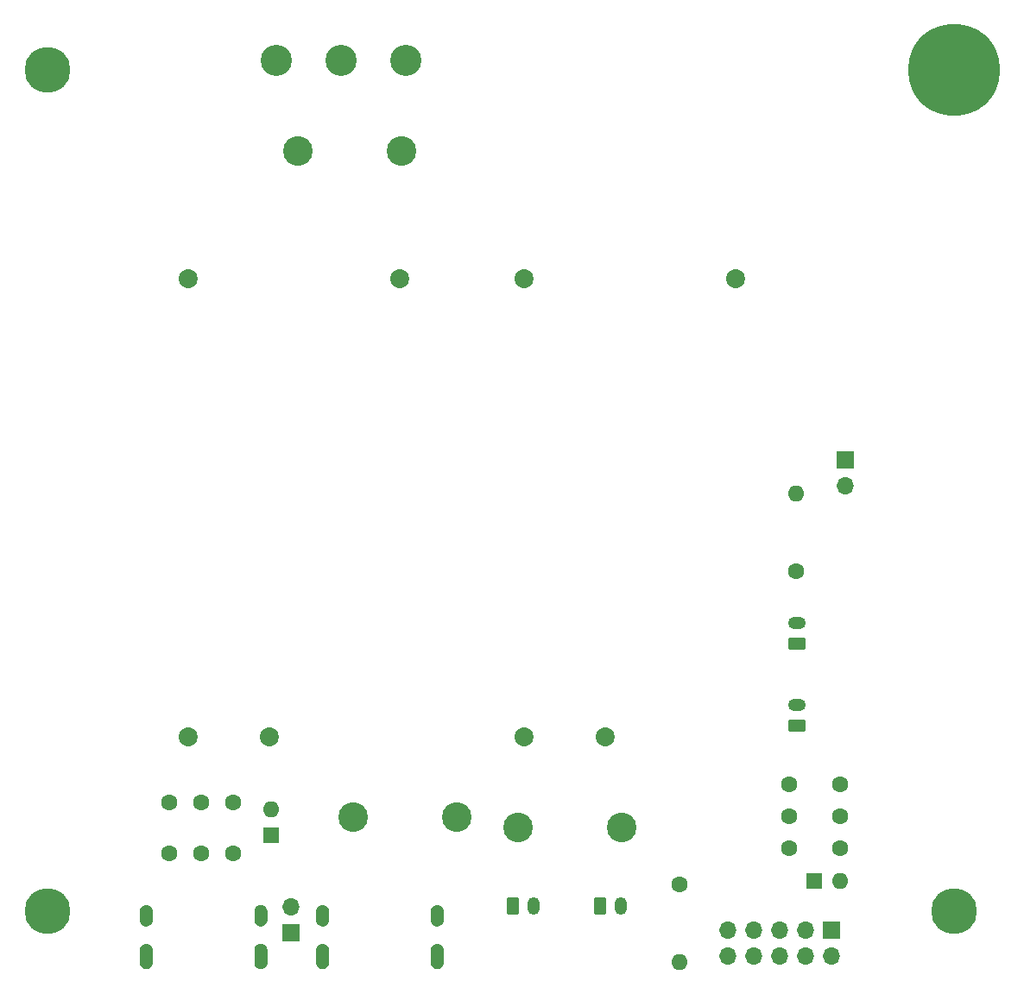
<source format=gbr>
%TF.GenerationSoftware,KiCad,Pcbnew,(6.0.4-0)*%
%TF.CreationDate,2023-02-13T16:26:13-08:00*%
%TF.ProjectId,v2a-power-board-4,7632612d-706f-4776-9572-2d626f617264,rev?*%
%TF.SameCoordinates,Original*%
%TF.FileFunction,Soldermask,Bot*%
%TF.FilePolarity,Negative*%
%FSLAX46Y46*%
G04 Gerber Fmt 4.6, Leading zero omitted, Abs format (unit mm)*
G04 Created by KiCad (PCBNEW (6.0.4-0)) date 2023-02-13 16:26:13*
%MOMM*%
%LPD*%
G01*
G04 APERTURE LIST*
G04 Aperture macros list*
%AMRoundRect*
0 Rectangle with rounded corners*
0 $1 Rounding radius*
0 $2 $3 $4 $5 $6 $7 $8 $9 X,Y pos of 4 corners*
0 Add a 4 corners polygon primitive as box body*
4,1,4,$2,$3,$4,$5,$6,$7,$8,$9,$2,$3,0*
0 Add four circle primitives for the rounded corners*
1,1,$1+$1,$2,$3*
1,1,$1+$1,$4,$5*
1,1,$1+$1,$6,$7*
1,1,$1+$1,$8,$9*
0 Add four rect primitives between the rounded corners*
20,1,$1+$1,$2,$3,$4,$5,0*
20,1,$1+$1,$4,$5,$6,$7,0*
20,1,$1+$1,$6,$7,$8,$9,0*
20,1,$1+$1,$8,$9,$2,$3,0*%
G04 Aperture macros list end*
%ADD10C,0.010000*%
%ADD11RoundRect,0.250000X-0.350000X-0.625000X0.350000X-0.625000X0.350000X0.625000X-0.350000X0.625000X0*%
%ADD12O,1.200000X1.750000*%
%ADD13R,1.700000X1.700000*%
%ADD14O,1.700000X1.700000*%
%ADD15R,1.600000X1.600000*%
%ADD16O,1.600000X1.600000*%
%ADD17C,2.900000*%
%ADD18C,1.860000*%
%ADD19C,3.048000*%
%ADD20RoundRect,0.250000X0.625000X-0.350000X0.625000X0.350000X-0.625000X0.350000X-0.625000X-0.350000X0*%
%ADD21O,1.750000X1.200000*%
%ADD22C,4.500000*%
%ADD23C,9.000000*%
%ADD24C,1.600000*%
G04 APERTURE END LIST*
%TO.C,J1*%
G36*
X77168000Y-123795500D02*
G01*
X77230000Y-123805500D01*
X77290000Y-123821500D01*
X77349000Y-123844500D01*
X77405000Y-123872500D01*
X77458000Y-123907500D01*
X77506000Y-123946500D01*
X77551000Y-123991500D01*
X77590000Y-124039500D01*
X77625000Y-124092500D01*
X77653000Y-124148500D01*
X77676000Y-124207500D01*
X77692000Y-124267500D01*
X77702000Y-124329500D01*
X77705000Y-124392500D01*
X77705000Y-125192500D01*
X77702000Y-125255500D01*
X77692000Y-125317500D01*
X77676000Y-125377500D01*
X77653000Y-125436500D01*
X77625000Y-125492500D01*
X77590000Y-125545500D01*
X77551000Y-125593500D01*
X77506000Y-125638500D01*
X77458000Y-125677500D01*
X77405000Y-125712500D01*
X77349000Y-125740500D01*
X77290000Y-125763500D01*
X77230000Y-125779500D01*
X77168000Y-125789500D01*
X77105000Y-125792500D01*
X77042000Y-125789500D01*
X76980000Y-125779500D01*
X76920000Y-125763500D01*
X76861000Y-125740500D01*
X76805000Y-125712500D01*
X76752000Y-125677500D01*
X76704000Y-125638500D01*
X76659000Y-125593500D01*
X76620000Y-125545500D01*
X76585000Y-125492500D01*
X76557000Y-125436500D01*
X76534000Y-125377500D01*
X76518000Y-125317500D01*
X76508000Y-125255500D01*
X76505000Y-125192500D01*
X76505000Y-124392500D01*
X76508000Y-124329500D01*
X76518000Y-124267500D01*
X76534000Y-124207500D01*
X76557000Y-124148500D01*
X76585000Y-124092500D01*
X76620000Y-124039500D01*
X76659000Y-123991500D01*
X76704000Y-123946500D01*
X76752000Y-123907500D01*
X76805000Y-123872500D01*
X76861000Y-123844500D01*
X76920000Y-123821500D01*
X76980000Y-123805500D01*
X77042000Y-123795500D01*
X77105000Y-123792500D01*
X77168000Y-123795500D01*
G37*
D10*
X77168000Y-123795500D02*
X77230000Y-123805500D01*
X77290000Y-123821500D01*
X77349000Y-123844500D01*
X77405000Y-123872500D01*
X77458000Y-123907500D01*
X77506000Y-123946500D01*
X77551000Y-123991500D01*
X77590000Y-124039500D01*
X77625000Y-124092500D01*
X77653000Y-124148500D01*
X77676000Y-124207500D01*
X77692000Y-124267500D01*
X77702000Y-124329500D01*
X77705000Y-124392500D01*
X77705000Y-125192500D01*
X77702000Y-125255500D01*
X77692000Y-125317500D01*
X77676000Y-125377500D01*
X77653000Y-125436500D01*
X77625000Y-125492500D01*
X77590000Y-125545500D01*
X77551000Y-125593500D01*
X77506000Y-125638500D01*
X77458000Y-125677500D01*
X77405000Y-125712500D01*
X77349000Y-125740500D01*
X77290000Y-125763500D01*
X77230000Y-125779500D01*
X77168000Y-125789500D01*
X77105000Y-125792500D01*
X77042000Y-125789500D01*
X76980000Y-125779500D01*
X76920000Y-125763500D01*
X76861000Y-125740500D01*
X76805000Y-125712500D01*
X76752000Y-125677500D01*
X76704000Y-125638500D01*
X76659000Y-125593500D01*
X76620000Y-125545500D01*
X76585000Y-125492500D01*
X76557000Y-125436500D01*
X76534000Y-125377500D01*
X76518000Y-125317500D01*
X76508000Y-125255500D01*
X76505000Y-125192500D01*
X76505000Y-124392500D01*
X76508000Y-124329500D01*
X76518000Y-124267500D01*
X76534000Y-124207500D01*
X76557000Y-124148500D01*
X76585000Y-124092500D01*
X76620000Y-124039500D01*
X76659000Y-123991500D01*
X76704000Y-123946500D01*
X76752000Y-123907500D01*
X76805000Y-123872500D01*
X76861000Y-123844500D01*
X76920000Y-123821500D01*
X76980000Y-123805500D01*
X77042000Y-123795500D01*
X77105000Y-123792500D01*
X77168000Y-123795500D01*
G36*
X88408000Y-123795500D02*
G01*
X88470000Y-123805500D01*
X88530000Y-123821500D01*
X88589000Y-123844500D01*
X88645000Y-123872500D01*
X88698000Y-123907500D01*
X88746000Y-123946500D01*
X88791000Y-123991500D01*
X88830000Y-124039500D01*
X88865000Y-124092500D01*
X88893000Y-124148500D01*
X88916000Y-124207500D01*
X88932000Y-124267500D01*
X88942000Y-124329500D01*
X88945000Y-124392500D01*
X88945000Y-125192500D01*
X88942000Y-125255500D01*
X88932000Y-125317500D01*
X88916000Y-125377500D01*
X88893000Y-125436500D01*
X88865000Y-125492500D01*
X88830000Y-125545500D01*
X88791000Y-125593500D01*
X88746000Y-125638500D01*
X88698000Y-125677500D01*
X88645000Y-125712500D01*
X88589000Y-125740500D01*
X88530000Y-125763500D01*
X88470000Y-125779500D01*
X88408000Y-125789500D01*
X88345000Y-125792500D01*
X88282000Y-125789500D01*
X88220000Y-125779500D01*
X88160000Y-125763500D01*
X88101000Y-125740500D01*
X88045000Y-125712500D01*
X87992000Y-125677500D01*
X87944000Y-125638500D01*
X87899000Y-125593500D01*
X87860000Y-125545500D01*
X87825000Y-125492500D01*
X87797000Y-125436500D01*
X87774000Y-125377500D01*
X87758000Y-125317500D01*
X87748000Y-125255500D01*
X87745000Y-125192500D01*
X87745000Y-124392500D01*
X87748000Y-124329500D01*
X87758000Y-124267500D01*
X87774000Y-124207500D01*
X87797000Y-124148500D01*
X87825000Y-124092500D01*
X87860000Y-124039500D01*
X87899000Y-123991500D01*
X87944000Y-123946500D01*
X87992000Y-123907500D01*
X88045000Y-123872500D01*
X88101000Y-123844500D01*
X88160000Y-123821500D01*
X88220000Y-123805500D01*
X88282000Y-123795500D01*
X88345000Y-123792500D01*
X88408000Y-123795500D01*
G37*
X88408000Y-123795500D02*
X88470000Y-123805500D01*
X88530000Y-123821500D01*
X88589000Y-123844500D01*
X88645000Y-123872500D01*
X88698000Y-123907500D01*
X88746000Y-123946500D01*
X88791000Y-123991500D01*
X88830000Y-124039500D01*
X88865000Y-124092500D01*
X88893000Y-124148500D01*
X88916000Y-124207500D01*
X88932000Y-124267500D01*
X88942000Y-124329500D01*
X88945000Y-124392500D01*
X88945000Y-125192500D01*
X88942000Y-125255500D01*
X88932000Y-125317500D01*
X88916000Y-125377500D01*
X88893000Y-125436500D01*
X88865000Y-125492500D01*
X88830000Y-125545500D01*
X88791000Y-125593500D01*
X88746000Y-125638500D01*
X88698000Y-125677500D01*
X88645000Y-125712500D01*
X88589000Y-125740500D01*
X88530000Y-125763500D01*
X88470000Y-125779500D01*
X88408000Y-125789500D01*
X88345000Y-125792500D01*
X88282000Y-125789500D01*
X88220000Y-125779500D01*
X88160000Y-125763500D01*
X88101000Y-125740500D01*
X88045000Y-125712500D01*
X87992000Y-125677500D01*
X87944000Y-125638500D01*
X87899000Y-125593500D01*
X87860000Y-125545500D01*
X87825000Y-125492500D01*
X87797000Y-125436500D01*
X87774000Y-125377500D01*
X87758000Y-125317500D01*
X87748000Y-125255500D01*
X87745000Y-125192500D01*
X87745000Y-124392500D01*
X87748000Y-124329500D01*
X87758000Y-124267500D01*
X87774000Y-124207500D01*
X87797000Y-124148500D01*
X87825000Y-124092500D01*
X87860000Y-124039500D01*
X87899000Y-123991500D01*
X87944000Y-123946500D01*
X87992000Y-123907500D01*
X88045000Y-123872500D01*
X88101000Y-123844500D01*
X88160000Y-123821500D01*
X88220000Y-123805500D01*
X88282000Y-123795500D01*
X88345000Y-123792500D01*
X88408000Y-123795500D01*
G36*
X88408000Y-127595500D02*
G01*
X88470000Y-127605500D01*
X88530000Y-127621500D01*
X88589000Y-127644500D01*
X88645000Y-127672500D01*
X88698000Y-127707500D01*
X88746000Y-127746500D01*
X88791000Y-127791500D01*
X88830000Y-127839500D01*
X88865000Y-127892500D01*
X88893000Y-127948500D01*
X88916000Y-128007500D01*
X88932000Y-128067500D01*
X88942000Y-128129500D01*
X88945000Y-128192500D01*
X88945000Y-129392500D01*
X88942000Y-129455500D01*
X88932000Y-129517500D01*
X88916000Y-129577500D01*
X88893000Y-129636500D01*
X88865000Y-129692500D01*
X88830000Y-129745500D01*
X88791000Y-129793500D01*
X88746000Y-129838500D01*
X88698000Y-129877500D01*
X88645000Y-129912500D01*
X88589000Y-129940500D01*
X88530000Y-129963500D01*
X88470000Y-129979500D01*
X88408000Y-129989500D01*
X88345000Y-129992500D01*
X88282000Y-129989500D01*
X88220000Y-129979500D01*
X88160000Y-129963500D01*
X88101000Y-129940500D01*
X88045000Y-129912500D01*
X87992000Y-129877500D01*
X87944000Y-129838500D01*
X87899000Y-129793500D01*
X87860000Y-129745500D01*
X87825000Y-129692500D01*
X87797000Y-129636500D01*
X87774000Y-129577500D01*
X87758000Y-129517500D01*
X87748000Y-129455500D01*
X87745000Y-129392500D01*
X87745000Y-128192500D01*
X87748000Y-128129500D01*
X87758000Y-128067500D01*
X87774000Y-128007500D01*
X87797000Y-127948500D01*
X87825000Y-127892500D01*
X87860000Y-127839500D01*
X87899000Y-127791500D01*
X87944000Y-127746500D01*
X87992000Y-127707500D01*
X88045000Y-127672500D01*
X88101000Y-127644500D01*
X88160000Y-127621500D01*
X88220000Y-127605500D01*
X88282000Y-127595500D01*
X88345000Y-127592500D01*
X88408000Y-127595500D01*
G37*
X88408000Y-127595500D02*
X88470000Y-127605500D01*
X88530000Y-127621500D01*
X88589000Y-127644500D01*
X88645000Y-127672500D01*
X88698000Y-127707500D01*
X88746000Y-127746500D01*
X88791000Y-127791500D01*
X88830000Y-127839500D01*
X88865000Y-127892500D01*
X88893000Y-127948500D01*
X88916000Y-128007500D01*
X88932000Y-128067500D01*
X88942000Y-128129500D01*
X88945000Y-128192500D01*
X88945000Y-129392500D01*
X88942000Y-129455500D01*
X88932000Y-129517500D01*
X88916000Y-129577500D01*
X88893000Y-129636500D01*
X88865000Y-129692500D01*
X88830000Y-129745500D01*
X88791000Y-129793500D01*
X88746000Y-129838500D01*
X88698000Y-129877500D01*
X88645000Y-129912500D01*
X88589000Y-129940500D01*
X88530000Y-129963500D01*
X88470000Y-129979500D01*
X88408000Y-129989500D01*
X88345000Y-129992500D01*
X88282000Y-129989500D01*
X88220000Y-129979500D01*
X88160000Y-129963500D01*
X88101000Y-129940500D01*
X88045000Y-129912500D01*
X87992000Y-129877500D01*
X87944000Y-129838500D01*
X87899000Y-129793500D01*
X87860000Y-129745500D01*
X87825000Y-129692500D01*
X87797000Y-129636500D01*
X87774000Y-129577500D01*
X87758000Y-129517500D01*
X87748000Y-129455500D01*
X87745000Y-129392500D01*
X87745000Y-128192500D01*
X87748000Y-128129500D01*
X87758000Y-128067500D01*
X87774000Y-128007500D01*
X87797000Y-127948500D01*
X87825000Y-127892500D01*
X87860000Y-127839500D01*
X87899000Y-127791500D01*
X87944000Y-127746500D01*
X87992000Y-127707500D01*
X88045000Y-127672500D01*
X88101000Y-127644500D01*
X88160000Y-127621500D01*
X88220000Y-127605500D01*
X88282000Y-127595500D01*
X88345000Y-127592500D01*
X88408000Y-127595500D01*
G36*
X77168000Y-127595500D02*
G01*
X77230000Y-127605500D01*
X77290000Y-127621500D01*
X77349000Y-127644500D01*
X77405000Y-127672500D01*
X77458000Y-127707500D01*
X77506000Y-127746500D01*
X77551000Y-127791500D01*
X77590000Y-127839500D01*
X77625000Y-127892500D01*
X77653000Y-127948500D01*
X77676000Y-128007500D01*
X77692000Y-128067500D01*
X77702000Y-128129500D01*
X77705000Y-128192500D01*
X77705000Y-129392500D01*
X77702000Y-129455500D01*
X77692000Y-129517500D01*
X77676000Y-129577500D01*
X77653000Y-129636500D01*
X77625000Y-129692500D01*
X77590000Y-129745500D01*
X77551000Y-129793500D01*
X77506000Y-129838500D01*
X77458000Y-129877500D01*
X77405000Y-129912500D01*
X77349000Y-129940500D01*
X77290000Y-129963500D01*
X77230000Y-129979500D01*
X77168000Y-129989500D01*
X77105000Y-129992500D01*
X77042000Y-129989500D01*
X76980000Y-129979500D01*
X76920000Y-129963500D01*
X76861000Y-129940500D01*
X76805000Y-129912500D01*
X76752000Y-129877500D01*
X76704000Y-129838500D01*
X76659000Y-129793500D01*
X76620000Y-129745500D01*
X76585000Y-129692500D01*
X76557000Y-129636500D01*
X76534000Y-129577500D01*
X76518000Y-129517500D01*
X76508000Y-129455500D01*
X76505000Y-129392500D01*
X76505000Y-128192500D01*
X76508000Y-128129500D01*
X76518000Y-128067500D01*
X76534000Y-128007500D01*
X76557000Y-127948500D01*
X76585000Y-127892500D01*
X76620000Y-127839500D01*
X76659000Y-127791500D01*
X76704000Y-127746500D01*
X76752000Y-127707500D01*
X76805000Y-127672500D01*
X76861000Y-127644500D01*
X76920000Y-127621500D01*
X76980000Y-127605500D01*
X77042000Y-127595500D01*
X77105000Y-127592500D01*
X77168000Y-127595500D01*
G37*
X77168000Y-127595500D02*
X77230000Y-127605500D01*
X77290000Y-127621500D01*
X77349000Y-127644500D01*
X77405000Y-127672500D01*
X77458000Y-127707500D01*
X77506000Y-127746500D01*
X77551000Y-127791500D01*
X77590000Y-127839500D01*
X77625000Y-127892500D01*
X77653000Y-127948500D01*
X77676000Y-128007500D01*
X77692000Y-128067500D01*
X77702000Y-128129500D01*
X77705000Y-128192500D01*
X77705000Y-129392500D01*
X77702000Y-129455500D01*
X77692000Y-129517500D01*
X77676000Y-129577500D01*
X77653000Y-129636500D01*
X77625000Y-129692500D01*
X77590000Y-129745500D01*
X77551000Y-129793500D01*
X77506000Y-129838500D01*
X77458000Y-129877500D01*
X77405000Y-129912500D01*
X77349000Y-129940500D01*
X77290000Y-129963500D01*
X77230000Y-129979500D01*
X77168000Y-129989500D01*
X77105000Y-129992500D01*
X77042000Y-129989500D01*
X76980000Y-129979500D01*
X76920000Y-129963500D01*
X76861000Y-129940500D01*
X76805000Y-129912500D01*
X76752000Y-129877500D01*
X76704000Y-129838500D01*
X76659000Y-129793500D01*
X76620000Y-129745500D01*
X76585000Y-129692500D01*
X76557000Y-129636500D01*
X76534000Y-129577500D01*
X76518000Y-129517500D01*
X76508000Y-129455500D01*
X76505000Y-129392500D01*
X76505000Y-128192500D01*
X76508000Y-128129500D01*
X76518000Y-128067500D01*
X76534000Y-128007500D01*
X76557000Y-127948500D01*
X76585000Y-127892500D01*
X76620000Y-127839500D01*
X76659000Y-127791500D01*
X76704000Y-127746500D01*
X76752000Y-127707500D01*
X76805000Y-127672500D01*
X76861000Y-127644500D01*
X76920000Y-127621500D01*
X76980000Y-127605500D01*
X77042000Y-127595500D01*
X77105000Y-127592500D01*
X77168000Y-127595500D01*
%TO.C,J2*%
G36*
X105708000Y-127595500D02*
G01*
X105770000Y-127605500D01*
X105830000Y-127621500D01*
X105889000Y-127644500D01*
X105945000Y-127672500D01*
X105998000Y-127707500D01*
X106046000Y-127746500D01*
X106091000Y-127791500D01*
X106130000Y-127839500D01*
X106165000Y-127892500D01*
X106193000Y-127948500D01*
X106216000Y-128007500D01*
X106232000Y-128067500D01*
X106242000Y-128129500D01*
X106245000Y-128192500D01*
X106245000Y-129392500D01*
X106242000Y-129455500D01*
X106232000Y-129517500D01*
X106216000Y-129577500D01*
X106193000Y-129636500D01*
X106165000Y-129692500D01*
X106130000Y-129745500D01*
X106091000Y-129793500D01*
X106046000Y-129838500D01*
X105998000Y-129877500D01*
X105945000Y-129912500D01*
X105889000Y-129940500D01*
X105830000Y-129963500D01*
X105770000Y-129979500D01*
X105708000Y-129989500D01*
X105645000Y-129992500D01*
X105582000Y-129989500D01*
X105520000Y-129979500D01*
X105460000Y-129963500D01*
X105401000Y-129940500D01*
X105345000Y-129912500D01*
X105292000Y-129877500D01*
X105244000Y-129838500D01*
X105199000Y-129793500D01*
X105160000Y-129745500D01*
X105125000Y-129692500D01*
X105097000Y-129636500D01*
X105074000Y-129577500D01*
X105058000Y-129517500D01*
X105048000Y-129455500D01*
X105045000Y-129392500D01*
X105045000Y-128192500D01*
X105048000Y-128129500D01*
X105058000Y-128067500D01*
X105074000Y-128007500D01*
X105097000Y-127948500D01*
X105125000Y-127892500D01*
X105160000Y-127839500D01*
X105199000Y-127791500D01*
X105244000Y-127746500D01*
X105292000Y-127707500D01*
X105345000Y-127672500D01*
X105401000Y-127644500D01*
X105460000Y-127621500D01*
X105520000Y-127605500D01*
X105582000Y-127595500D01*
X105645000Y-127592500D01*
X105708000Y-127595500D01*
G37*
X105708000Y-127595500D02*
X105770000Y-127605500D01*
X105830000Y-127621500D01*
X105889000Y-127644500D01*
X105945000Y-127672500D01*
X105998000Y-127707500D01*
X106046000Y-127746500D01*
X106091000Y-127791500D01*
X106130000Y-127839500D01*
X106165000Y-127892500D01*
X106193000Y-127948500D01*
X106216000Y-128007500D01*
X106232000Y-128067500D01*
X106242000Y-128129500D01*
X106245000Y-128192500D01*
X106245000Y-129392500D01*
X106242000Y-129455500D01*
X106232000Y-129517500D01*
X106216000Y-129577500D01*
X106193000Y-129636500D01*
X106165000Y-129692500D01*
X106130000Y-129745500D01*
X106091000Y-129793500D01*
X106046000Y-129838500D01*
X105998000Y-129877500D01*
X105945000Y-129912500D01*
X105889000Y-129940500D01*
X105830000Y-129963500D01*
X105770000Y-129979500D01*
X105708000Y-129989500D01*
X105645000Y-129992500D01*
X105582000Y-129989500D01*
X105520000Y-129979500D01*
X105460000Y-129963500D01*
X105401000Y-129940500D01*
X105345000Y-129912500D01*
X105292000Y-129877500D01*
X105244000Y-129838500D01*
X105199000Y-129793500D01*
X105160000Y-129745500D01*
X105125000Y-129692500D01*
X105097000Y-129636500D01*
X105074000Y-129577500D01*
X105058000Y-129517500D01*
X105048000Y-129455500D01*
X105045000Y-129392500D01*
X105045000Y-128192500D01*
X105048000Y-128129500D01*
X105058000Y-128067500D01*
X105074000Y-128007500D01*
X105097000Y-127948500D01*
X105125000Y-127892500D01*
X105160000Y-127839500D01*
X105199000Y-127791500D01*
X105244000Y-127746500D01*
X105292000Y-127707500D01*
X105345000Y-127672500D01*
X105401000Y-127644500D01*
X105460000Y-127621500D01*
X105520000Y-127605500D01*
X105582000Y-127595500D01*
X105645000Y-127592500D01*
X105708000Y-127595500D01*
G36*
X94468000Y-127595500D02*
G01*
X94530000Y-127605500D01*
X94590000Y-127621500D01*
X94649000Y-127644500D01*
X94705000Y-127672500D01*
X94758000Y-127707500D01*
X94806000Y-127746500D01*
X94851000Y-127791500D01*
X94890000Y-127839500D01*
X94925000Y-127892500D01*
X94953000Y-127948500D01*
X94976000Y-128007500D01*
X94992000Y-128067500D01*
X95002000Y-128129500D01*
X95005000Y-128192500D01*
X95005000Y-129392500D01*
X95002000Y-129455500D01*
X94992000Y-129517500D01*
X94976000Y-129577500D01*
X94953000Y-129636500D01*
X94925000Y-129692500D01*
X94890000Y-129745500D01*
X94851000Y-129793500D01*
X94806000Y-129838500D01*
X94758000Y-129877500D01*
X94705000Y-129912500D01*
X94649000Y-129940500D01*
X94590000Y-129963500D01*
X94530000Y-129979500D01*
X94468000Y-129989500D01*
X94405000Y-129992500D01*
X94342000Y-129989500D01*
X94280000Y-129979500D01*
X94220000Y-129963500D01*
X94161000Y-129940500D01*
X94105000Y-129912500D01*
X94052000Y-129877500D01*
X94004000Y-129838500D01*
X93959000Y-129793500D01*
X93920000Y-129745500D01*
X93885000Y-129692500D01*
X93857000Y-129636500D01*
X93834000Y-129577500D01*
X93818000Y-129517500D01*
X93808000Y-129455500D01*
X93805000Y-129392500D01*
X93805000Y-128192500D01*
X93808000Y-128129500D01*
X93818000Y-128067500D01*
X93834000Y-128007500D01*
X93857000Y-127948500D01*
X93885000Y-127892500D01*
X93920000Y-127839500D01*
X93959000Y-127791500D01*
X94004000Y-127746500D01*
X94052000Y-127707500D01*
X94105000Y-127672500D01*
X94161000Y-127644500D01*
X94220000Y-127621500D01*
X94280000Y-127605500D01*
X94342000Y-127595500D01*
X94405000Y-127592500D01*
X94468000Y-127595500D01*
G37*
X94468000Y-127595500D02*
X94530000Y-127605500D01*
X94590000Y-127621500D01*
X94649000Y-127644500D01*
X94705000Y-127672500D01*
X94758000Y-127707500D01*
X94806000Y-127746500D01*
X94851000Y-127791500D01*
X94890000Y-127839500D01*
X94925000Y-127892500D01*
X94953000Y-127948500D01*
X94976000Y-128007500D01*
X94992000Y-128067500D01*
X95002000Y-128129500D01*
X95005000Y-128192500D01*
X95005000Y-129392500D01*
X95002000Y-129455500D01*
X94992000Y-129517500D01*
X94976000Y-129577500D01*
X94953000Y-129636500D01*
X94925000Y-129692500D01*
X94890000Y-129745500D01*
X94851000Y-129793500D01*
X94806000Y-129838500D01*
X94758000Y-129877500D01*
X94705000Y-129912500D01*
X94649000Y-129940500D01*
X94590000Y-129963500D01*
X94530000Y-129979500D01*
X94468000Y-129989500D01*
X94405000Y-129992500D01*
X94342000Y-129989500D01*
X94280000Y-129979500D01*
X94220000Y-129963500D01*
X94161000Y-129940500D01*
X94105000Y-129912500D01*
X94052000Y-129877500D01*
X94004000Y-129838500D01*
X93959000Y-129793500D01*
X93920000Y-129745500D01*
X93885000Y-129692500D01*
X93857000Y-129636500D01*
X93834000Y-129577500D01*
X93818000Y-129517500D01*
X93808000Y-129455500D01*
X93805000Y-129392500D01*
X93805000Y-128192500D01*
X93808000Y-128129500D01*
X93818000Y-128067500D01*
X93834000Y-128007500D01*
X93857000Y-127948500D01*
X93885000Y-127892500D01*
X93920000Y-127839500D01*
X93959000Y-127791500D01*
X94004000Y-127746500D01*
X94052000Y-127707500D01*
X94105000Y-127672500D01*
X94161000Y-127644500D01*
X94220000Y-127621500D01*
X94280000Y-127605500D01*
X94342000Y-127595500D01*
X94405000Y-127592500D01*
X94468000Y-127595500D01*
G36*
X105708000Y-123795500D02*
G01*
X105770000Y-123805500D01*
X105830000Y-123821500D01*
X105889000Y-123844500D01*
X105945000Y-123872500D01*
X105998000Y-123907500D01*
X106046000Y-123946500D01*
X106091000Y-123991500D01*
X106130000Y-124039500D01*
X106165000Y-124092500D01*
X106193000Y-124148500D01*
X106216000Y-124207500D01*
X106232000Y-124267500D01*
X106242000Y-124329500D01*
X106245000Y-124392500D01*
X106245000Y-125192500D01*
X106242000Y-125255500D01*
X106232000Y-125317500D01*
X106216000Y-125377500D01*
X106193000Y-125436500D01*
X106165000Y-125492500D01*
X106130000Y-125545500D01*
X106091000Y-125593500D01*
X106046000Y-125638500D01*
X105998000Y-125677500D01*
X105945000Y-125712500D01*
X105889000Y-125740500D01*
X105830000Y-125763500D01*
X105770000Y-125779500D01*
X105708000Y-125789500D01*
X105645000Y-125792500D01*
X105582000Y-125789500D01*
X105520000Y-125779500D01*
X105460000Y-125763500D01*
X105401000Y-125740500D01*
X105345000Y-125712500D01*
X105292000Y-125677500D01*
X105244000Y-125638500D01*
X105199000Y-125593500D01*
X105160000Y-125545500D01*
X105125000Y-125492500D01*
X105097000Y-125436500D01*
X105074000Y-125377500D01*
X105058000Y-125317500D01*
X105048000Y-125255500D01*
X105045000Y-125192500D01*
X105045000Y-124392500D01*
X105048000Y-124329500D01*
X105058000Y-124267500D01*
X105074000Y-124207500D01*
X105097000Y-124148500D01*
X105125000Y-124092500D01*
X105160000Y-124039500D01*
X105199000Y-123991500D01*
X105244000Y-123946500D01*
X105292000Y-123907500D01*
X105345000Y-123872500D01*
X105401000Y-123844500D01*
X105460000Y-123821500D01*
X105520000Y-123805500D01*
X105582000Y-123795500D01*
X105645000Y-123792500D01*
X105708000Y-123795500D01*
G37*
X105708000Y-123795500D02*
X105770000Y-123805500D01*
X105830000Y-123821500D01*
X105889000Y-123844500D01*
X105945000Y-123872500D01*
X105998000Y-123907500D01*
X106046000Y-123946500D01*
X106091000Y-123991500D01*
X106130000Y-124039500D01*
X106165000Y-124092500D01*
X106193000Y-124148500D01*
X106216000Y-124207500D01*
X106232000Y-124267500D01*
X106242000Y-124329500D01*
X106245000Y-124392500D01*
X106245000Y-125192500D01*
X106242000Y-125255500D01*
X106232000Y-125317500D01*
X106216000Y-125377500D01*
X106193000Y-125436500D01*
X106165000Y-125492500D01*
X106130000Y-125545500D01*
X106091000Y-125593500D01*
X106046000Y-125638500D01*
X105998000Y-125677500D01*
X105945000Y-125712500D01*
X105889000Y-125740500D01*
X105830000Y-125763500D01*
X105770000Y-125779500D01*
X105708000Y-125789500D01*
X105645000Y-125792500D01*
X105582000Y-125789500D01*
X105520000Y-125779500D01*
X105460000Y-125763500D01*
X105401000Y-125740500D01*
X105345000Y-125712500D01*
X105292000Y-125677500D01*
X105244000Y-125638500D01*
X105199000Y-125593500D01*
X105160000Y-125545500D01*
X105125000Y-125492500D01*
X105097000Y-125436500D01*
X105074000Y-125377500D01*
X105058000Y-125317500D01*
X105048000Y-125255500D01*
X105045000Y-125192500D01*
X105045000Y-124392500D01*
X105048000Y-124329500D01*
X105058000Y-124267500D01*
X105074000Y-124207500D01*
X105097000Y-124148500D01*
X105125000Y-124092500D01*
X105160000Y-124039500D01*
X105199000Y-123991500D01*
X105244000Y-123946500D01*
X105292000Y-123907500D01*
X105345000Y-123872500D01*
X105401000Y-123844500D01*
X105460000Y-123821500D01*
X105520000Y-123805500D01*
X105582000Y-123795500D01*
X105645000Y-123792500D01*
X105708000Y-123795500D01*
G36*
X94468000Y-123795500D02*
G01*
X94530000Y-123805500D01*
X94590000Y-123821500D01*
X94649000Y-123844500D01*
X94705000Y-123872500D01*
X94758000Y-123907500D01*
X94806000Y-123946500D01*
X94851000Y-123991500D01*
X94890000Y-124039500D01*
X94925000Y-124092500D01*
X94953000Y-124148500D01*
X94976000Y-124207500D01*
X94992000Y-124267500D01*
X95002000Y-124329500D01*
X95005000Y-124392500D01*
X95005000Y-125192500D01*
X95002000Y-125255500D01*
X94992000Y-125317500D01*
X94976000Y-125377500D01*
X94953000Y-125436500D01*
X94925000Y-125492500D01*
X94890000Y-125545500D01*
X94851000Y-125593500D01*
X94806000Y-125638500D01*
X94758000Y-125677500D01*
X94705000Y-125712500D01*
X94649000Y-125740500D01*
X94590000Y-125763500D01*
X94530000Y-125779500D01*
X94468000Y-125789500D01*
X94405000Y-125792500D01*
X94342000Y-125789500D01*
X94280000Y-125779500D01*
X94220000Y-125763500D01*
X94161000Y-125740500D01*
X94105000Y-125712500D01*
X94052000Y-125677500D01*
X94004000Y-125638500D01*
X93959000Y-125593500D01*
X93920000Y-125545500D01*
X93885000Y-125492500D01*
X93857000Y-125436500D01*
X93834000Y-125377500D01*
X93818000Y-125317500D01*
X93808000Y-125255500D01*
X93805000Y-125192500D01*
X93805000Y-124392500D01*
X93808000Y-124329500D01*
X93818000Y-124267500D01*
X93834000Y-124207500D01*
X93857000Y-124148500D01*
X93885000Y-124092500D01*
X93920000Y-124039500D01*
X93959000Y-123991500D01*
X94004000Y-123946500D01*
X94052000Y-123907500D01*
X94105000Y-123872500D01*
X94161000Y-123844500D01*
X94220000Y-123821500D01*
X94280000Y-123805500D01*
X94342000Y-123795500D01*
X94405000Y-123792500D01*
X94468000Y-123795500D01*
G37*
X94468000Y-123795500D02*
X94530000Y-123805500D01*
X94590000Y-123821500D01*
X94649000Y-123844500D01*
X94705000Y-123872500D01*
X94758000Y-123907500D01*
X94806000Y-123946500D01*
X94851000Y-123991500D01*
X94890000Y-124039500D01*
X94925000Y-124092500D01*
X94953000Y-124148500D01*
X94976000Y-124207500D01*
X94992000Y-124267500D01*
X95002000Y-124329500D01*
X95005000Y-124392500D01*
X95005000Y-125192500D01*
X95002000Y-125255500D01*
X94992000Y-125317500D01*
X94976000Y-125377500D01*
X94953000Y-125436500D01*
X94925000Y-125492500D01*
X94890000Y-125545500D01*
X94851000Y-125593500D01*
X94806000Y-125638500D01*
X94758000Y-125677500D01*
X94705000Y-125712500D01*
X94649000Y-125740500D01*
X94590000Y-125763500D01*
X94530000Y-125779500D01*
X94468000Y-125789500D01*
X94405000Y-125792500D01*
X94342000Y-125789500D01*
X94280000Y-125779500D01*
X94220000Y-125763500D01*
X94161000Y-125740500D01*
X94105000Y-125712500D01*
X94052000Y-125677500D01*
X94004000Y-125638500D01*
X93959000Y-125593500D01*
X93920000Y-125545500D01*
X93885000Y-125492500D01*
X93857000Y-125436500D01*
X93834000Y-125377500D01*
X93818000Y-125317500D01*
X93808000Y-125255500D01*
X93805000Y-125192500D01*
X93805000Y-124392500D01*
X93808000Y-124329500D01*
X93818000Y-124267500D01*
X93834000Y-124207500D01*
X93857000Y-124148500D01*
X93885000Y-124092500D01*
X93920000Y-124039500D01*
X93959000Y-123991500D01*
X94004000Y-123946500D01*
X94052000Y-123907500D01*
X94105000Y-123872500D01*
X94161000Y-123844500D01*
X94220000Y-123821500D01*
X94280000Y-123805500D01*
X94342000Y-123795500D01*
X94405000Y-123792500D01*
X94468000Y-123795500D01*
%TD*%
D11*
%TO.C,D2*%
X121650000Y-123850000D03*
D12*
X123650000Y-123850000D03*
%TD*%
D13*
%TO.C,JP2*%
X91375000Y-126475000D03*
D14*
X91375000Y-123935000D03*
%TD*%
D13*
%TO.C,JP1*%
X145675000Y-80125000D03*
D14*
X145675000Y-82665000D03*
%TD*%
D15*
%TO.C,D3*%
X89375000Y-116906815D03*
D16*
X89375000Y-114366815D03*
%TD*%
D17*
%TO.C,F2*%
X113620000Y-116167500D03*
X123780000Y-116167500D03*
%TD*%
D18*
%TO.C,PS2*%
X134975000Y-62300000D03*
X114175000Y-62300000D03*
X114175000Y-107300000D03*
X122175000Y-107300000D03*
%TD*%
D11*
%TO.C,SW1*%
X113125000Y-123850000D03*
D12*
X115125000Y-123850000D03*
%TD*%
D19*
%TO.C,PJ1*%
X89925000Y-40925000D03*
X96275000Y-40925000D03*
X102625000Y-40925000D03*
%TD*%
D20*
%TO.C,SW2*%
X140950000Y-98125000D03*
D21*
X140950000Y-96125000D03*
%TD*%
D22*
%TO.C,REF\u002A\u002A*%
X67449979Y-41799993D03*
%TD*%
D13*
%TO.C,J3*%
X144300000Y-126250000D03*
D14*
X144300000Y-128790000D03*
X141760000Y-126250000D03*
X141760000Y-128790000D03*
X139220000Y-126250000D03*
X139220000Y-128790000D03*
X136680000Y-126250000D03*
X136680000Y-128790000D03*
X134140000Y-126250000D03*
X134140000Y-128790000D03*
%TD*%
D23*
%TO.C,H1*%
X156350005Y-41799993D03*
%TD*%
D20*
%TO.C,D1*%
X140950000Y-106175000D03*
D21*
X140950000Y-104175000D03*
%TD*%
D18*
%TO.C,PS1*%
X102025000Y-62300000D03*
X81225000Y-62300000D03*
X81225000Y-107300000D03*
X89225000Y-107300000D03*
%TD*%
D17*
%TO.C,F1*%
X97395000Y-115150000D03*
X107555000Y-115150000D03*
%TD*%
D15*
%TO.C,D4*%
X142610686Y-121400000D03*
D16*
X145150686Y-121400000D03*
%TD*%
D22*
%TO.C,REF\u002A\u002A*%
X156350000Y-124350000D03*
%TD*%
D17*
%TO.C,F3*%
X91995000Y-49800000D03*
X102155000Y-49800000D03*
%TD*%
D22*
%TO.C,REF\u002A\u002A*%
X67449988Y-124350005D03*
%TD*%
D24*
%TO.C,C1*%
X85675000Y-113700000D03*
X85675000Y-118700000D03*
%TD*%
%TO.C,R2*%
X129425000Y-121765000D03*
D16*
X129425000Y-129385000D03*
%TD*%
D24*
%TO.C,C6*%
X145225000Y-111925000D03*
X140225000Y-111925000D03*
%TD*%
%TO.C,C2*%
X145225000Y-118175000D03*
X140225000Y-118175000D03*
%TD*%
%TO.C,R1*%
X140875000Y-91000000D03*
D16*
X140875000Y-83380000D03*
%TD*%
D24*
%TO.C,C4*%
X145225000Y-115050000D03*
X140225000Y-115050000D03*
%TD*%
%TO.C,C5*%
X79425000Y-113725000D03*
X79425000Y-118725000D03*
%TD*%
%TO.C,C3*%
X82550000Y-113725000D03*
X82550000Y-118725000D03*
%TD*%
M02*

</source>
